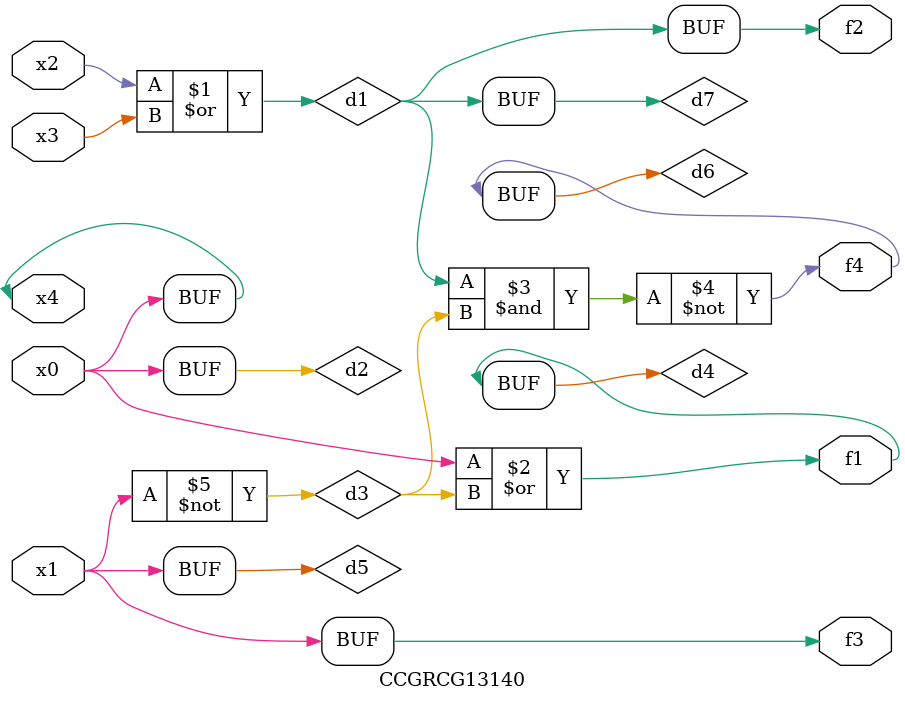
<source format=v>
module CCGRCG13140(
	input x0, x1, x2, x3, x4,
	output f1, f2, f3, f4
);

	wire d1, d2, d3, d4, d5, d6, d7;

	or (d1, x2, x3);
	buf (d2, x0, x4);
	not (d3, x1);
	or (d4, d2, d3);
	not (d5, d3);
	nand (d6, d1, d3);
	or (d7, d1);
	assign f1 = d4;
	assign f2 = d7;
	assign f3 = d5;
	assign f4 = d6;
endmodule

</source>
